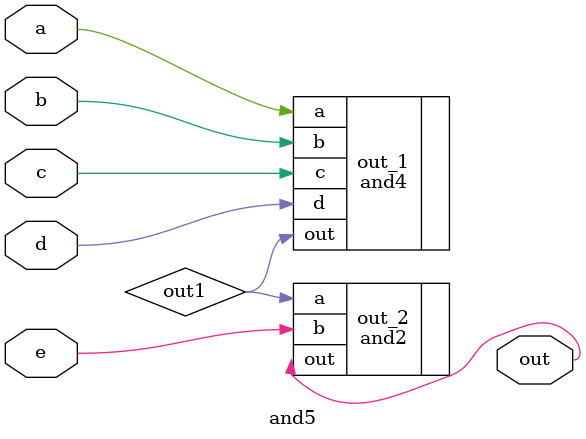
<source format=v>
module and5 (a, b, c, d, e, out);
    input a, b, c, d, e;
    output out;
    wire out1;

    and4 out_1 (.a(a), .b(b), .c(c), .d(d), .out(out1));
    and2 out_2 (.a(out1), .b(e), .out(out));

endmodule

</source>
